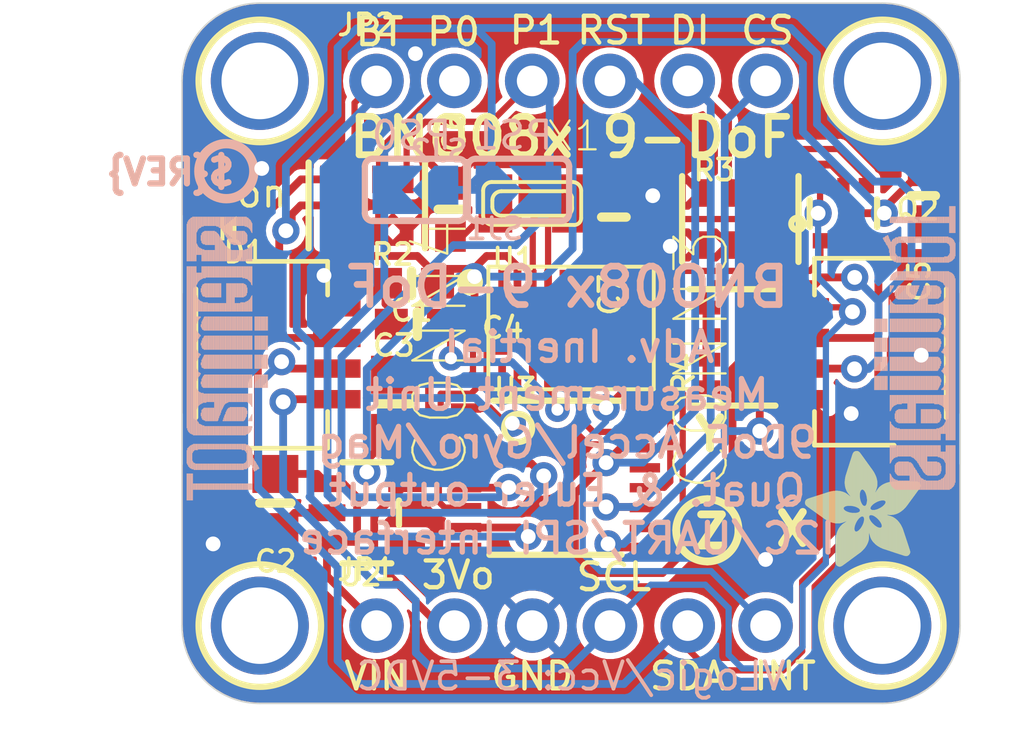
<source format=kicad_pcb>
(kicad_pcb (version 20221018) (generator pcbnew)
  (layers (0 "F.Cu" signal) (31 "B.Cu" signal) (34 "B.Paste" user) (35 "F.Paste" user) (36 "B.SilkS" user "B.Silkscreen") (37 "F.SilkS" user "F.Silkscreen") (38 "B.Mask" user) (39 "F.Mask" user) (44 "Edge.Cuts" user))
  (net 0 "")
  (net 1 "GND")
  (net 2 "SDA/MISO/TX")
  (net 3 "SCL/SCK/RX")
  (net 4 "SCL_3V")
  (net 5 "SDA_3V")
  (net 6 "3.3V")
  (net 7 "INT")
  (net 8 "VCC")
  (net 9 "N$1")
  (net 10 "CAP")
  (net 11 "XIN")
  (net 12 "XOUT")
  (net 13 "RST_3V")
  (net 14 "PS1")
  (net 15 "PS0")
  (net 16 "RST")
  (net 17 "MOSI_3V")
  (net 18 "CS_3V")
  (net 19 "MOSI")
  (net 20 "BOOT")
  (net 21 "BOOT_3V")
  (net 22 "PS1_3V")
  (net 23 "PS0_3V")
  (net 24 "CS")
  (footprint "working:0603-NO" (layer "F.Cu") (at 144.5641 100.3046 90)
    (fp_text reference "C6")
    (fp_text value "22pF")
  )
  (footprint "working:SOT23-5" (layer "F.Cu") (at 141.8336 110.2106 -90)
    (fp_text reference "U2")
    (fp_text value "AP2112K-3.3")
  )
  (footprint "working:MOUNTINGHOLE_2.5_PLATED" (layer "F.Cu") (at 158.6611 113.8936)
    (fp_text reference "U$21" hide)
    (fp_text value "MOUNTINGHOLE2.5" hide)
  )
  (footprint "working:0603-NO" (layer "F.Cu") (at 143.4846 104.0511)
    (fp_text reference "C4")
    (fp_text value "0.1uF")
  )
  (footprint "working:1X06_ROUND_70" (layer "F.Cu") (at 148.5011 96.1136)
    (fp_text reference "JP2")
    (fp_text value "")
  )
  (footprint "working:0603-NO" (layer "F.Cu") (at 149.8981 100.5586 -90)
    (fp_text reference "C7")
    (fp_text value "22pF")
  )
  (footprint "working:ADAFRUIT_3.5MM" (layer "F.Cu") (at 159.9311 111.9886 90)
    (fp_text reference "U$22" hide)
    (fp_text value "" hide)
  )
  (footprint "working:RESPACK_4X0603" (layer "F.Cu") (at 141.8336 100.1776 180)
    (fp_text reference "R2")
    (fp_text value "10K")
  )
  (footprint "working:CHIPLED_0603_NOOUTLINE" (layer "F.Cu") (at 137.3251 100.9396 90)
    (fp_text reference "D1")
    (fp_text value "GREEN")
  )
  (footprint "working:TSSOP16" (layer "F.Cu") (at 147.9931 109.0676 -90)
    (fp_text reference "U3")
    (fp_text value "74AHC4050")
  )
  (footprint "working:RESPACK_4X0603" (layer "F.Cu") (at 153.7716 104.8131 90)
    (fp_text reference "R4")
    (fp_text value "10K")
  )
  (footprint "working:1X06_ROUND_70" (layer "F.Cu") (at 148.5011 113.8936)
    (fp_text reference "JP1")
    (fp_text value "")
  )
  (footprint "working:XTAL3215" (layer "F.Cu") (at 147.2311 100.1141 180)
    (fp_text reference "X1")
    (fp_text value "32.768")
  )
  (footprint "working:JST_SH4" (layer "F.Cu") (at 158.6611 105.0036 90)
    (fp_text reference "CONN3")
    (fp_text value "STEMMA_I2C_QT" hide)
  )
  (footprint "working:0805-NO" (layer "F.Cu") (at 138.8491 109.8931 -90)
    (fp_text reference "C2")
    (fp_text value "10uF")
  )
  (footprint "working:MOUNTINGHOLE_2.5_PLATED" (layer "F.Cu") (at 158.6611 96.1136)
    (fp_text reference "U$17" hide)
    (fp_text value "MOUNTINGHOLE2.5" hide)
  )
  (footprint "working:FIDUCIAL_1MM" (layer "F.Cu") (at 155.2321 108.9406)
    (fp_text reference "FID4" hide)
    (fp_text value "FIDUCIAL_1MM" hide)
  )
  (footprint "working:BNO080" (layer "F.Cu") (at 148.5011 104.1781)
    (fp_text reference "U1")
    (fp_text value "BNO080")
  )
  (footprint "working:SOT363" (layer "F.Cu") (at 157.3911 100.4316)
    (fp_text reference "Q2")
    (fp_text value "BSS138")
  )
  (footprint "working:MOUNTINGHOLE_2.5_PLATED" (layer "F.Cu") (at 138.3411 113.8936)
    (fp_text reference "U$19" hide)
    (fp_text value "MOUNTINGHOLE2.5" hide)
  )
  (footprint "working:JST_SH4" (layer "F.Cu") (at 138.3411 105.0036 -90)
    (fp_text reference "CONN4")
    (fp_text value "STEMMA_I2C_QT" hide)
  )
  (footprint "working:0603-NO" (layer "F.Cu") (at 159.9946 99.8601 -90)
    (fp_text reference "C5")
    (fp_text value "0.1uF")
  )
  (footprint "working:FIDUCIAL_1MM" (layer "F.Cu") (at 136.8806 98.7806)
    (fp_text reference "FID3" hide)
    (fp_text value "FIDUCIAL_1MM" hide)
  )
  (footprint "working:0805-NO" (layer "F.Cu") (at 142.7226 106.6546 90)
    (fp_text reference "C3")
    (fp_text value "10uF")
  )
  (footprint "working:MOUNTINGHOLE_2.5_PLATED" (layer "F.Cu") (at 138.3411 96.1136)
    (fp_text reference "U$1" hide)
    (fp_text value "MOUNTINGHOLE2.5" hide)
  )
  (footprint "working:0603-NO" (layer "F.Cu") (at 143.2941 102.7176 180)
    (fp_text reference "C1")
    (fp_text value "0.1uF")
  )
  (footprint "working:RESPACK_4X0603" (layer "F.Cu") (at 154.0256 100.6221)
    (fp_text reference "R3")
    (fp_text value "10K")
  )
  (footprint "working:STEMMAQT" (layer "B.Cu") (at 158.4071 109.4486 90)
    (fp_text reference "U$30" hide)
    (fp_text value "" hide)
  )
  (footprint "working:SOLDERJUMPER_ARROW_NOPASTE" (layer "B.Cu") (at 146.7866 99.6696)
    (fp_text reference "SJ1")
    (fp_text value "PS1")
  )
  (footprint "working:PCBFEAT-REV-040" (layer "B.Cu") (at 137.2489 99.06 180)
    (fp_text reference "U$25" hide)
    (fp_text value "" hide)
  )
  (footprint "working:SOLDERJUMPER_ARROW_NOPASTE" (layer "B.Cu") (at 143.4211 99.6696 180)
    (fp_text reference "SJ2")
    (fp_text value "PS0")
  )
  (footprint "working:STEMMAQT" (layer "B.Cu") (at 138.5951 100.5586 -90)
    (fp_text reference "U$31" hide)
    (fp_text value "" hide)
  )
  (gr_arc (start 151.9341 110.7831) (mid 152.23168 110.06468) (end 152.9501 109.7671) (stroke (width 0.254)) (layer "F.SilkS"))
  (gr_arc (start 153.9661 110.7831) (mid 153.66852 111.50152) (end 152.9501 111.7991) (stroke (width 0.254)) (layer "F.SilkS"))
  (gr_arc (start 152.9501 109.7671) (mid 153.673733 110.059467) (end 153.9661 110.7831) (stroke (width 0.254)) (layer "F.SilkS"))
  (gr_arc (start 152.9501 111.7991) (mid 152.23168 111.50152) (end 151.9341 110.7831) (stroke (width 0.254)) (layer "F.SilkS"))
  (gr_line (start 158.6611 93.5736) (end 138.3411 93.5736) (stroke (width 0.05)) (layer "Edge.Cuts"))
  (gr_arc (start 138.3411 116.4336) (mid 136.545049 115.689651) (end 135.8011 113.8936) (stroke (width 0.05)) (layer "Edge.Cuts"))
  (gr_line (start 138.3411 116.4336) (end 158.6611 116.4336) (stroke (width 0.05)) (layer "Edge.Cuts"))
  (gr_line (start 161.2011 113.8936) (end 161.2011 96.1136) (stroke (width 0.05)) (layer "Edge.Cuts"))
  (gr_arc (start 158.6611 93.5736) (mid 160.457151 94.317549) (end 161.2011 96.1136) (stroke (width 0.05)) (layer "Edge.Cuts"))
  (gr_arc (start 135.8011 96.1136) (mid 136.545049 94.317549) (end 138.3411 93.5736) (stroke (width 0.05)) (layer "Edge.Cuts"))
  (gr_arc (start 161.2011 113.8936) (mid 160.457151 115.689651) (end 158.6611 116.4336) (stroke (width 0.05)) (layer "Edge.Cuts"))
  (gr_line (start 135.8011 96.1136) (end 135.8011 113.8936) (stroke (width 0.05)) (layer "Edge.Cuts"))
  (gr_text "BNO08x 9-DoF" (at 148.3741 102.8446) (layer "B.SilkS") (effects (font (size 1.25222 1.25222) (thickness 0.22098)) (justify mirror)))
  (gr_text "PS0" (at 143.2941 97.8916) (layer "B.SilkS") (effects (font (size 0.89408 0.89408) (thickness 0.12192)) (justify mirror)))
  (gr_text "VLogic/Vcc: 3-5VDC" (at 148.5011 115.5446) (layer "B.SilkS") (effects (font (size 0.89408 0.89408) (thickness 0.12192)) (justify mirror)))
  (gr_text "PS1" (at 146.5961 97.8916) (layer "B.SilkS") (effects (font (size 0.89408 0.89408) (thickness 0.12192)) (justify mirror)))
  (gr_text "Adv. Inertial \nMeasurement Unit\n9DoF Accel/Gyro/Mag\nQuat. & Euler output\nI2C/UART/SPI Interface" (at 148.3741 107.9246) (layer "B.SilkS") (effects (font (size 0.97155 0.97155) (thickness 0.17145)) (justify mirror)))
  (gr_text "SCL" (at 149.8981 112.3061) (layer "F.SilkS") (effects (font (size 0.87376 0.87376) (thickness 0.14224))))
  (gr_text "RST" (at 149.8981 94.4626) (layer "F.SilkS") (effects (font (size 0.87376 0.87376) (thickness 0.14224))))
  (gr_text "GND" (at 147.2311 115.5446) (layer "F.SilkS") (effects (font (size 0.87376 0.87376) (thickness 0.14224))))
  (gr_text "DI" (at 152.3746 94.4626) (layer "F.SilkS") (effects (font (size 0.87376 0.87376) (thickness 0.14224))))
  (gr_text "VIN" (at 142.1511 115.5446) (layer "F.SilkS") (effects (font (size 0.87376 0.87376) (thickness 0.14224))))
  (gr_text "X" (at 156.3791 110.1481) (layer "F.SilkS") (effects (font (size 1.016 1.016) (thickness 0.254)) (justify right top)))
  (gr_text "SDA" (at 152.3111 115.5446) (layer "F.SilkS") (effects (font (size 0.87376 0.87376) (thickness 0.14224))))
  (gr_text "P1" (at 147.3581 94.4626) (layer "F.SilkS") (effects (font (size 0.87376 0.87376) (thickness 0.14224))))
  (gr_text "Z" (at 152.4341 111.4161) (layer "F.SilkS") (effects (font (size 1.016 1.016) (thickness 0.254)) (justify left bottom)))
  (gr_text "CS" (at 154.9146 94.4626) (layer "F.SilkS") (effects (font (size 0.87376 0.87376) (thickness 0.14224))))
  (gr_text "BT" (at 142.2527 94.5134) (layer "F.SilkS") (effects (font (size 0.87376 0.87376) (thickness 0.14224))))
  (gr_text "INT" (at 155.4861 115.5446) (layer "F.SilkS") (effects (font (size 0.87376 0.87376) (thickness 0.14224))))
  (gr_text "on" (at 137.5156 100.3046) (layer "F.SilkS") (effects (font (size 0.89408 0.89408) (thickness 0.12192)) (justify left bottom)))
  (gr_text "3Vo" (at 144.8181 112.2426) (layer "F.SilkS") (effects (font (size 0.87376 0.87376) (thickness 0.14224))))
  (gr_text "BNO08x 9-DoF" (at 148.5011 97.9551) (layer "F.SilkS") (effects (font (size 1.25222 1.25222) (thickness 0.22098))))
  (gr_text "Y" (at 152.4341 108.2411) (layer "F.SilkS") (effects (font (size 1.016 1.016) (thickness 0.254)) (justify left bottom)))
  (gr_text "P0" (at 144.6657 94.5134) (layer "F.SilkS") (effects (font (size 0.87376 0.87376) (thickness 0.14224))))
  (segment (start 151.1681 100.1386) (end 151.1681 99.8601) (width 0.254) (layer "F.Cu") (net 1))
  (segment (start 136.5751 101.8236) (end 136.9551 102.2036) (width 0.254) (layer "F.Cu") (net 1))
  (segment (start 142.2336 100.1141) (end 143.9046 100.1141) (width 0.254) (layer "F.Cu") (net 1))
  (segment (start 149.8981 101.4086) (end 151.1681 100.1386) (width 0.254) (layer "F.Cu") (net 1))
  (segment (start 142.2336 101.0276) (end 142.2336 100.1141) (width 0.254) (layer "F.Cu") (net 1))
  (segment (start 136.5751 100.9396) (end 136.5751 101.8236) (width 0.254) (layer "F.Cu") (net 1))
  (segment (start 139.4816 110.2106) (end 138.8491 110.8431) (width 0.254) (layer "F.Cu") (net 1))
  (segment (start 142.6346 104.0511) (end 142.6346 103.5821) (width 0.254) (layer "F.Cu") (net 1))
  (segment (start 142.6346 103.5821) (end 142.4441 103.3916) (width 0.254) (layer "F.Cu") (net 1))
  (segment (start 140.5335 110.2106) (end 139.4816 110.2106) (width 0.254) (layer "F.Cu") (net 1))
  (segment (start 142.4441 103.3916) (end 142.4441 102.7176) (width 0.254) (layer "F.Cu") (net 1))
  (segment (start 143.9046 100.1141) (end 144.5641 99.4546) (width 0.254) (layer "F.Cu") (net 1))
  (via (at 151.7396 101.5111) (size 0.889) (drill 0.4826) (layers "F.Cu" "B.Cu") (net 1))
  (via (at 151.1681 99.8601) (size 0.889) (drill 0.4826) (layers "F.Cu" "B.Cu") (net 1))
  (via (at 138.4046 98.9711) (size 0.889) (drill 0.4826) (layers "F.Cu" "B.Cu") (net 1))
  (via (at 154.8511 111.7346) (size 0.889) (drill 0.4826) (layers "F.Cu" "B.Cu") (net 1))
  (via (at 136.8171 111.2266) (size 0.889) (drill 0.4826) (layers "F.Cu" "B.Cu") (net 1))
  (via (at 157.6451 106.9721) (size 0.889) (drill 0.4826) (layers "F.Cu" "B.Cu") (net 1))
  (via (at 140.4366 102.4636) (size 0.889) (drill 0.4826) (layers "F.Cu" "B.Cu") (net 1))
  (via (at 159.9311 105.0671) (size 0.889) (drill 0.4826) (layers "F.Cu" "B.Cu") (net 1))
  (via (at 143.4211 95.2246) (size 0.889) (drill 0.4826) (layers "F.Cu" "B.Cu") (net 1))
  (segment (start 153.0096 115.3541) (end 155.4226 115.3541) (width 0.2032) (layer "F.Cu") (net 2))
  (segment (start 158.5341 104.3686) (end 158.50235 104.40035) (width 0.254) (layer "F.Cu") (net 2))
  (segment (start 156.0449 114.7318) (end 156.0449 112.4458) (width 0.2032) (layer "F.Cu") (net 2))
  (segment (start 158.3991 104.5036) (end 156.1471 104.5036) (width 0.254) (layer "F.Cu") (net 2))
  (segment (start 154.6216 104.4131) (end 156.0566 104.4131) (width 0.254) (layer "F.Cu") (net 2))
  (segment (start 158.50235 109.98835) (end 158.50235 104.40035) (width 0.2032) (layer "F.Cu") (net 2))
  (segment (start 152.3111 113.8936) (end 152.3111 114.6556) (width 0.2032) (layer "F.Cu") (net 2))
  (segment (start 158.5341 101.7761) (end 158.5341 104.3686) (width 0.254) (layer "F.Cu") (net 2))
  (segment (start 158.1411 101.3316) (end 158.5856 101.7761) (width 0.254) (layer "F.Cu") (net 2))
  (segment (start 156.0449 112.4458) (end 158.50235 109.98835) (width 0.2032) (layer "F.Cu") (net 2))
  (segment (start 155.4226 115.3541) (end 156.0449 114.7318) (width 0.2032) (layer "F.Cu") (net 2))
  (segment (start 139.2776 105.5036) (end 139.0523 105.2783) (width 0.254) (layer "F.Cu") (net 2))
  (segment (start 158.50235 104.40035) (end 158.3991 104.5036) (width 0.254) (layer "F.Cu") (net 2))
  (segment (start 152.3111 114.6556) (end 153.0096 115.3541) (width 0.2032) (layer "F.Cu") (net 2))
  (segment (start 140.8551 105.5036) (end 139.2776 105.5036) (width 0.254) (layer "F.Cu") (net 2))
  (segment (start 158.5341 101.7761) (end 158.5856 101.7761) (width 0.254) (layer "F.Cu") (net 2))
  (segment (start 156.0566 104.4131) (end 156.1471 104.5036) (width 0.254) (layer "F.Cu") (net 2))
  (via (at 139.0523 105.2783) (size 0.889) (drill 0.4826) (layers "F.Cu" "B.Cu") (net 2))
  (segment (start 140.8811 111.9886) (end 140.8811 115.0366) (width 0.254) (layer "B.Cu") (net 2))
  (segment (start 141.6431 115.7986) (end 150.225312 115.7986) (width 0.254) (layer "B.Cu") (net 2))
  (segment (start 150.225312 115.7986) (end 152.130312 113.8936) (width 0.254) (layer "B.Cu") (net 2))
  (segment (start 140.8811 115.0366) (end 141.6431 115.7986) (width 0.254) (layer "B.Cu") (net 2))
  (segment (start 139.0523 105.2783) (end 138.2903 106.0403) (width 0.254) (layer "B.Cu") (net 2))
  (segment (start 138.2903 109.3978) (end 140.8811 111.9886) (width 0.254) (layer "B.Cu") (net 2))
  (segment (start 138.2903 106.0403) (end 138.2903 109.3978) (width 0.254) (layer "B.Cu") (net 2))
  (segment (start 152.130312 113.8936) (end 152.3111 113.8936) (width 0.254) (layer "B.Cu") (net 2))
  (segment (start 157.5421 103.5036) (end 156.1471 103.5036) (width 0.2032) (layer "F.Cu") (net 3))
  (segment (start 155.9306 103.5036) (end 156.1471 103.5036) (width 0.2032) (layer "F.Cu") (net 3))
  (segment (start 157.687153 103.648654) (end 157.5421 103.5036) (width 0.2032) (layer "F.Cu") (net 3))
  (segment (start 156.5656 100.4316) (end 156.6291 100.3681) (width 0.2032) (layer "F.Cu") (net 3))
  (segment (start 139.1906 106.5036) (end 139.1031 106.5911) (width 0.254) (layer "F.Cu") (net 3))
  (segment (start 156.6411 99.5316) (end 156.6291 99.5436) (width 0.2032) (layer "F.Cu") (net 3))
  (segment (start 154.6216 103.5131) (end 154.6311 103.5036) (width 0.254) (layer "F.Cu") (net 3))
  (segment (start 154.6311 103.5036) (end 155.9306 103.5036) (width 0.254) (layer "F.Cu") (net 3))
  (segment (start 140.8551 106.5036) (end 139.1906 106.5036) (width 0.254) (layer "F.Cu") (net 3))
  (segment (start 156.6291 99.5436) (end 156.6291 100.3681) (width 0.2032) (layer "F.Cu") (net 3))
  (via (at 156.5656 100.4316) (size 0.889) (drill 0.4826) (layers "F.Cu" "B.Cu") (net 3))
  (via (at 157.687153 103.648654) (size 0.889) (drill 0.4826) (layers "F.Cu" "B.Cu") (net 3))
  (via (at 139.1031 106.5911) (size 0.889) (drill 0.4826) (layers "F.Cu" "B.Cu") (net 3))
  (segment (start 156.5656 100.4316) (end 156.5656 102.5271) (width 0.2032) (layer "B.Cu") (net 3))
  (segment (start 139.1031 106.5911) (end 139.1031 109.5121) (width 0.254) (layer "B.Cu") (net 3))
  (segment (start 156.8196 111.8616) (end 156.8196 104.516207) (width 0.2032) (layer "B.Cu") (net 3))
  (segment (start 142.9131 112.5601) (end 143.4338 113.0808) (width 0.254) (layer "B.Cu") (net 3))
  (segment (start 149.7711 113.9571) (end 149.7711 113.8936) (width 0.254) (layer "B.Cu") (net 3))
  (segment (start 156.0576 114.5921) (end 156.0576 112.6236) (width 0.2032) (layer "B.Cu") (net 3))
  (segment (start 139.1031 109.5121) (end 142.1511 112.5601) (width 0.254) (layer "B.Cu") (net 3))
  (segment (start 143.9418 115.2906) (end 148.4376 115.2906) (width 0.254) (layer "B.Cu") (net 3))
  (segment (start 143.4338 114.7826) (end 143.9418 115.2906) (width 0.254) (layer "B.Cu") (net 3))
  (segment (start 149.7711 113.8936) (end 151.1046 112.5601) (width 0.2032) (layer "B.Cu") (net 3))
  (segment (start 152.8826 112.5601) (end 153.6446 113.3221) (width 0.2032) (layer "B.Cu") (net 3))
  (segment (start 143.4338 113.0808) (end 143.4338 114.7826) (width 0.254) (layer "B.Cu") (net 3))
  (segment (start 151.1046 112.5601) (end 152.8826 112.5601) (width 0.2032) (layer "B.Cu") (net 3))
  (segment (start 148.4376 115.2906) (end 149.7711 113.9571) (width 0.254) (layer "B.Cu") (net 3))
  (segment (start 153.6446 113.3221) (end 153.6446 114.8461) (width 0.2032) (layer "B.Cu") (net 3))
  (segment (start 156.8196 104.516207) (end 157.687153 103.648654) (width 0.2032) (layer "B.Cu") (net 3))
  (segment (start 156.0576 112.6236) (end 156.8196 111.8616) (width 0.2032) (layer "B.Cu") (net 3))
  (segment (start 142.1511 112.5601) (end 142.9131 112.5601) (width 0.254) (layer "B.Cu") (net 3))
  (segment (start 153.6446 114.8461) (end 154.0891 115.2906) (width 0.2032) (layer "B.Cu") (net 3))
  (segment (start 154.0891 115.2906) (end 155.3591 115.2906) (width 0.2032) (layer "B.Cu") (net 3))
  (segment (start 157.687153 103.648654) (end 156.5656 102.5271) (width 0.2032) (layer "B.Cu") (net 3))
  (segment (start 155.3591 115.2906) (end 156.0576 114.5921) (width 0.2032) (layer "B.Cu") (net 3))
  (segment (start 150.8136 103.4281) (end 151.2581 103.4281) (width 0.2032) (layer "F.Cu") (net 4))
  (segment (start 151.6391 103.0471) (end 151.2581 103.4281) (width 0.2032) (layer "F.Cu") (net 4))
  (segment (start 156.6411 101.9666) (end 156.2936 102.3141) (width 0.2032) (layer "F.Cu") (net 4))
  (segment (start 156.6411 101.3316) (end 156.6411 101.9666) (width 0.2032) (layer "F.Cu") (net 4))
  (segment (start 155.0416 102.3141) (end 151.6391 102.3141) (width 0.2032) (layer "F.Cu") (net 4))
  (segment (start 155.0416 101.7561) (end 155.0416 102.3141) (width 0.2032) (layer "F.Cu") (net 4))
  (segment (start 156.2936 102.3141) (end 155.0416 102.3141) (width 0.2032) (layer "F.Cu") (net 4))
  (segment (start 155.3256 101.4721) (end 155.0416 101.7561) (width 0.2032) (layer "F.Cu") (net 4))
  (segment (start 151.6391 102.3141) (end 151.6391 103.0471) (width 0.2032) (layer "F.Cu") (net 4))
  (segment (start 150.8781 101.1661) (end 150.8781 102.4886) (width 0.2032) (layer "F.Cu") (net 5))
  (segment (start 158.1411 99.5316) (end 158.1411 99.2131) (width 0.254) (layer "F.Cu") (net 5))
  (segment (start 157.2641 98.3361) (end 154.7241 98.3361) (width 0.2032) (layer "F.Cu") (net 5))
  (segment (start 154.1526 100.6221) (end 154.4256 100.3491) (width 0.2032) (layer "F.Cu") (net 5))
  (segment (start 150.7511 102.6156) (end 150.8781 102.4886) (width 0.2032) (layer "F.Cu") (net 5))
  (segment (start 151.4221 100.6221) (end 154.1526 100.6221) (width 0.2032) (layer "F.Cu") (net 5))
  (segment (start 154.4256 98.6346) (end 154.4256 99.7721) (width 0.2032) (layer "F.Cu") (net 5))
  (segment (start 150.8781 101.1661) (end 151.4221 100.6221) (width 0.2032) (layer "F.Cu") (net 5))
  (segment (start 158.1411 99.2131) (end 157.2641 98.3361) (width 0.254) (layer "F.Cu") (net 5))
  (segment (start 154.7241 98.3361) (end 154.4256 98.6346) (width 0.2032) (layer "F.Cu") (net 5))
  (segment (start 154.4256 100.3491) (end 154.4256 99.7721) (width 0.2032) (layer "F.Cu") (net 5))
  (segment (start 146.5834 107.2896) (end 146.3343 107.2896) (width 0.254) (layer "F.Cu") (net 6))
  (segment (start 146.7511 102.1741) (end 146.4056 101.8286) (width 0.254) (layer "F.Cu") (net 6))
  (segment (start 146.1886 103.9281) (end 145.6806 103.9281) (width 0.254) (layer "F.Cu") (net 6))
  (segment (start 157.3911 99.2251) (end 157.3911 99.5316) (width 0.254) (layer "F.Cu") (net 6))
  (segment (start 144.1441 102.7176) (end 144.6131 102.2486) (width 0.254) (layer "F.Cu") (net 6))
  (segment (start 155.3256 100.2746) (end 154.4256 101.1746) (width 0.254) (layer "F.Cu") (net 6))
  (segment (start 145.0753 106.7926) (end 145.8373 106.7926) (width 0.254) (layer "F.Cu") (net 6))
  (segment (start 142.7226 108.8495) (end 142.7226 107.6046) (width 0.254) (layer "F.Cu") (net 6))
  (segment (start 142.0765 110.3178) (end 142.0765 111.762875) (width 0.254) (layer "F.Cu") (net 6))
  (segment (start 143.4846 101.8286) (end 143.9046 102.2486) (width 0.254) (layer "F.Cu") (net 6))
  (segment (start 159.9946 99.0101) (end 158.7246 100.2801) (width 0.254) (layer "F.Cu") (net 6))
  (segment (start 144.6131 102.2486) (end 145.3261 102.2486) (width 0.254) (layer "F.Cu") (net 6))
  (segment (start 140.5336 101.0276) (end 140.5336 101.4721) (width 0.254) (layer "F.Cu") (net 6))
  (segment (start 142.7226 107.6046) (end 141.8336 108.4936) (width 0.254) (layer "F.Cu") (net 6))
  (segment (start 143.1337 109.2606) (end 142.7226 108.8495) (width 0.254) (layer "F.Cu") (net 6))
  (segment (start 143.1337 109.2606) (end 142.0765 110.3178) (width 0.254) (layer "F.Cu") (net 6))
  (segment (start 143.4846 101.8286) (end 140.8901 101.8286) (width 0.254) (layer "F.Cu") (net 6))
  (segment (start 157.0101 98.8441) (end 157.3911 99.2251) (width 0.254) (layer "F.Cu") (net 6))
  (segment (start 146.3343 107.2896) (end 145.8373 106.7926) (width 0.254) (layer "F.Cu") (net 6))
  (segment (start 145.3506 103.5981) (end 145.3506 102.5026) (width 0.254) (layer "F.Cu") (net 6))
  (segment (start 155.3256 99.7721) (end 155.3256 98.8776) (width 0.254) (layer "F.Cu") (net 6))
  (segment (start 143.9046 102.2486) (end 144.6131 102.2486) (width 0.254) (layer "F.Cu") (net 6))
  (segment (start 158.7246 100.2801) (end 158.7246 100.4316) (width 0.254) (layer "F.Cu") (net 6))
  (segment (start 144.207225 113.8936) (end 142.0765 111.762875) (width 0.254) (layer "F.Cu") (net 6))
  (segment (start 157.3911 100.3681) (end 157.3911 99.5316) (width 0.254) (layer "F.Cu") (net 6))
  (segment (start 157.3911 101.3316) (end 157.3911 100.3681) (width 0.254) (layer "F.Cu") (net 6))
  (segment (start 155.3256 99.7721) (end 155.3256 100.2746) (width 0.254) (layer "F.Cu") (net 6))
  (segment (start 158.7246 100.4316) (end 157.4546 100.4316) (width 0.254) (layer "F.Cu") (net 6))
  (segment (start 154.4256 101.1746) (end 154.4256 101.4721) (width 0.254) (layer "F.Cu") (net 6))
  (segment (start 140.8901 101.8286) (end 140.5336 101.4721) (width 0.254) (layer "F.Cu") (net 6))
  (segment (start 146.4056 101.8286) (end 145.7461 101.8286) (width 0.254) (layer "F.Cu") (net 6))
  (segment (start 145.3261 102.2486) (end 145.0721 102.5026) (width 0.254) (layer "F.Cu") (net 6))
  (segment (start 146.7511 102.6156) (end 146.7511 102.1741) (width 0.254) (layer "F.Cu") (net 6))
  (segment (start 155.3591 98.8441) (end 157.0101 98.8441) (width 0.254) (layer "F.Cu") (net 6))
  (segment (start 155.3256 98.8776) (end 155.3591 98.8441) (width 0.254) (layer "F.Cu") (net 6))
  (segment (start 145.6806 103.9281) (end 145.3506 103.5981) (width 0.254) (layer "F.Cu") (net 6))
  (segment (start 145.0721 102.5026) (end 145.3506 102.5026) (width 0.254) (layer "F.Cu") (net 6))
  (segment (start 157.4546 100.4316) (end 157.3911 100.3681) (width 0.254) (layer "F.Cu") (net 6))
  (segment (start 145.7461 101.8286) (end 145.3261 102.2486) (width 0.254) (layer "F.Cu") (net 6))
  (segment (start 141.8336 108.8771) (end 141.8336 108.4936) (width 0.254) (layer "F.Cu") (net 6))
  (segment (start 144.6911 113.8936) (end 144.207225 113.8936) (width 0.254) (layer "F.Cu") (net 6))
  (via (at 141.8336 108.8771) (size 0.889) (drill 0.4826) (layers "F.Cu" "B.Cu") (net 6))
  (via (at 145.3506 102.5026) (size 0.889) (drill 0.4826) (layers "F.Cu" "B.Cu") (net 6))
  (via (at 158.7246 100.4316) (size 0.889) (drill 0.4826) (layers "F.Cu" "B.Cu") (net 6))
  (via (at 146.5834 107.2896) (size 0.889) (drill 0.4826) (layers "F.Cu" "B.Cu") (net 6))
  (segment (start 148.5519 101.5873) (end 148.5519 95.1738) (width 0.254) (layer "B.Cu") (net 6))
  (segment (start 141.8336 106.4641) (end 141.8336 108.8771) (width 0.254) (layer "B.Cu") (net 6))
  (segment (start 144.8426 102.5026) (end 141.8336 105.5116) (width 0.254) (layer "B.Cu") (net 6))
  (segment (start 146.5834 107.2896) (end 146.2024 107.2896) (width 0.254) (layer "B.Cu") (net 6))
  (segment (start 145.3506 102.5026) (end 147.6366 102.5026) (width 0.254) (layer "B.Cu") (net 6))
  (segment (start 156.0703 97.7773) (end 158.7246 100.4316) (width 0.254) (layer "B.Cu") (net 6))
  (segment (start 155.3591 94.8436) (end 156.0703 95.5548) (width 0.254) (layer "B.Cu") (net 6))
  (segment (start 148.5519 95.1738) (end 148.8821 94.8436) (width 0.254) (layer "B.Cu") (net 6))
  (segment (start 145.3769 106.4641) (end 141.8336 106.4641) (width 0.254) (layer "B.Cu") (net 6))
  (segment (start 141.8336 105.5116) (end 141.8336 106.4641) (width 0.254) (layer "B.Cu") (net 6))
  (segment (start 156.0703 95.5548) (end 156.0703 97.7773) (width 0.254) (layer "B.Cu") (net 6))
  (segment (start 145.3506 102.5026) (end 144.8426 102.5026) (width 0.254) (layer "B.Cu") (net 6))
  (segment (start 146.2024 107.2896) (end 145.3769 106.4641) (width 0.254) (layer "B.Cu") (net 6))
  (segment (start 148.8821 94.8436) (end 155.3591 94.8436) (width 0.254) (layer "B.Cu") (net 6))
  (segment (start 148.5519 101.5873) (end 147.6366 102.5026) (width 0.254) (layer "B.Cu") (net 6))
  (segment (start 150.2511 105.7406) (end 150.2511 106.1746) (width 0.2032) (layer "F.Cu") (net 7))
  (segment (start 150.2511 106.1746) (end 149.6441 106.7816) (width 0.2032) (layer "F.Cu") (net 7))
  (via (at 149.6441 106.7816) (size 0.889) (drill 0.4826) (layers "F.Cu" "B.Cu") (net 7))
  (segment (start 149.6441 106.7816) (end 149.6441 107.2261) (width 0.2032) (layer "B.Cu") (net 7))
  (segment (start 149.6441 107.2261) (end 148.8821 107.9881) (width 0.2032) (layer "B.Cu") (net 7))
  (segment (start 153.0731 112.1156) (end 154.8511 113.8936) (width 0.2032) (layer "B.Cu") (net 7))
  (segment (start 149.4536 112.1156) (end 153.0731 112.1156) (width 0.2032) (layer "B.Cu") (net 7))
  (segment (start 148.8821 111.5441) (end 149.4536 112.1156) (width 0.2032) (layer "B.Cu") (net 7))
  (segment (start 148.8821 107.9881) (end 148.8821 111.5441) (width 0.2032) (layer "B.Cu") (net 7))
  (segment (start 140.5335 112.276) (end 140.5335 111.1606) (width 0.254) (layer "F.Cu") (net 8))
  (segment (start 152.9216 102.9961) (end 153.1718 102.7459) (width 0.254) (layer "F.Cu") (net 8))
  (segment (start 140.216 108.9431) (end 138.8491 108.9431) (width 0.254) (layer "F.Cu") (net 8))
  (segment (start 152.9216 105.2131) (end 152.9216 104.4131) (width 0.254) (layer "F.Cu") (net 8))
  (segment (start 141.0716 109.2606) (end 141.5161 109.7051) (width 0.254) (layer "F.Cu") (net 8))
  (segment (start 157.74505 105.5036) (end 157.75305 105.5116) (width 0.254) (layer "F.Cu") (net 8))
  (segment (start 153.1718 102.7459) (end 156.472462 102.7459) (width 0.254) (layer "F.Cu") (net 8))
  (segment (start 139.6746 100.1776) (end 139.3825 100.4697) (width 0.254) (layer "F.Cu") (net 8))
  (segment (start 141.5161 109.7051) (end 141.5161 111.0971) (width 0.254) (layer "F.Cu") (net 8))
  (segment (start 138.9761 101.219) (end 138.9761 104.3766) (width 0.254) (layer "F.Cu") (net 8))
  (segment (start 138.2776 104.8766) (end 138.2776 108.3716) (width 0.254) (layer "F.Cu") (net 8))
  (segment (start 139.3825 100.8126) (end 139.3825 100.4697) (width 0.254) (layer "F.Cu") (net 8))
  (segment (start 138.2776 108.3716) (end 138.8491 108.9431) (width 0.254) (layer "F.Cu") (net 8))
  (segment (start 139.192 101.0031) (end 138.9761 101.219) (width 0.254) (layer "F.Cu") (net 8))
  (segment (start 139.1031 104.5036) (end 138.6506 104.5036) (width 0.254) (layer "F.Cu") (net 8))
  (segment (start 138.6506 104.5036) (end 138.2776 104.8766) (width 0.254) (layer "F.Cu") (net 8))
  (segment (start 156.1471 105.5036) (end 157.74505 105.5036) (width 0.254) (layer "F.Cu") (net 8))
  (segment (start 152.9216 106.1131) (end 152.9216 105.2131) (width 0.254) (layer "F.Cu") (net 8))
  (segment (start 156.691262 102.5271) (end 157.7594 102.5271) (width 0.254) (layer "F.Cu") (net 8))
  (segment (start 152.9216 104.4131) (end 152.9216 103.5131) (width 0.254) (layer "F.Cu") (net 8))
  (segment (start 139.192 101.0031) (end 139.3825 100.8126) (width 0.254) (layer "F.Cu") (net 8))
  (segment (start 156.472462 102.7459) (end 156.691262 102.5271) (width 0.254) (layer "F.Cu") (net 8))
  (segment (start 141.4526 111.1606) (end 140.5335 111.1606) (width 0.254) (layer "F.Cu") (net 8))
  (segment (start 140.8551 104.5036) (end 139.1031 104.5036) (width 0.254) (layer "F.Cu") (net 8))
  (segment (start 141.5161 111.0971) (end 141.4526 111.1606) (width 0.254) (layer "F.Cu") (net 8))
  (segment (start 141.4336 101.0276) (end 141.4336 100.1776) (width 0.254) (layer "F.Cu") (net 8))
  (segment (start 142.1511 113.8936) (end 140.5335 112.276) (width 0.254) (layer "F.Cu") (net 8))
  (segment (start 141.4336 100.1776) (end 139.6746 100.1776) (width 0.254) (layer "F.Cu") (net 8))
  (segment (start 152.9216 103.5131) (end 152.9216 102.9961) (width 0.254) (layer "F.Cu") (net 8))
  (segment (start 140.5335 109.2606) (end 140.216 108.9431) (width 0.254) (layer "F.Cu") (net 8))
  (segment (start 141.0716 109.2606) (end 140.5335 109.2606) (width 0.254) (layer "F.Cu") (net 8))
  (segment (start 138.9761 104.3766) (end 139.1031 104.5036) (width 0.254) (layer "F.Cu") (net 8))
  (via (at 157.7594 102.5271) (size 0.889) (drill 0.4826) (layers "F.Cu" "B.Cu") (net 8))
  (via (at 157.75305 105.5116) (size 0.889) (drill 0.4826) (layers "F.Cu" "B.Cu") (net 8))
  (via (at 139.192 101.0031) (size 0.889) (drill 0.4826) (layers "F.Cu" "B.Cu") (net 8))
  (segment (start 145.0721 99.6696) (end 145.7706 99.6696) (width 0.254) (layer "B.Cu") (net 8))
  (segment (start 144.4371 99.6696) (end 145.0721 99.6696) (width 0.254) (layer "B.Cu") (net 8))
  (segment (start 157.7594 102.5271) (end 158.5341 103.3018) (width 0.254) (layer "B.Cu") (net 8))
  (segment (start 141.506387 94.3991) (end 140.8811 95.024388) (width 0.254) (layer "B.Cu") (net 8))
  (segment (start 158.408437 99.3996) (end 156.5275 97.518663) (width 0.254) (layer "B.Cu") (net 8))
  (segment (start 157.75305 105.5116) (end 158.2166 105.5116) (width 0.254) (layer "B.Cu") (net 8))
  (segment (start 158.2166 105.5116) (end 158.5341 105.1941) (width 0.254) (layer "B.Cu") (net 8))
  (segment (start 140.8811 97.221857) (end 139.192 98.910957) (width 0.254) (layer "B.Cu") (net 8))
  (segment (start 139.192 98.910957) (end 139.192 101.0031) (width 0.254) (layer "B.Cu") (net 8))
  (segment (start 140.8811 95.024388) (end 140.8811 97.221857) (width 0.254) (layer "B.Cu") (net 8))
  (segment (start 145.9103 94.910088) (end 145.399312 94.3991) (width 0.254) (layer "B.Cu") (net 8))
  (segment (start 141.506387 94.3991) (end 145.399312 94.3991) (width 0.254) (layer "B.Cu") (net 8))
  (segment (start 159.2166 99.3996) (end 158.408437 99.3996) (width 0.254) (layer "B.Cu") (net 8))
  (segment (start 145.0721 99.6696) (end 145.9103 98.8314) (width 0.254) (layer "B.Cu") (net 8))
  (segment (start 145.399312 94.3991) (end 145.386612 94.3864) (width 0.254) (layer "B.Cu") (net 8))
  (segment (start 155.675481 94.3864) (end 156.5275 95.238419) (width 0.254) (layer "B.Cu") (net 8))
  (segment (start 145.9103 98.8314) (end 145.9103 94.910088) (width 0.254) (layer "B.Cu") (net 8))
  (segment (start 145.386612 94.3864) (end 155.675481 94.3864) (width 0.254) (layer "B.Cu") (net 8))
  (segment (start 158.5341 105.1941) (end 158.5341 103.3018) (width 0.254) (layer "B.Cu") (net 8))
  (segment (start 159.6136 102.2223) (end 159.6136 99.7966) (width 0.254) (layer "B.Cu") (net 8))
  (segment (start 158.5341 103.3018) (end 159.6136 102.2223) (width 0.254) (layer "B.Cu") (net 8))
  (segment (start 159.6136 99.7966) (end 159.2166 99.3996) (width 0.254) (layer "B.Cu") (net 8))
  (segment (start 156.5275 97.518663) (end 156.5275 95.238419) (width 0.254) (layer "B.Cu") (net 8))
  (segment (start 139.6871 99.3276) (end 138.0751 100.9396) (width 0.254) (layer "F.Cu") (net 9))
  (segment (start 140.5336 99.3276) (end 139.6871 99.3276) (width 0.254) (layer "F.Cu") (net 9))
  (segment (start 144.580537 104.297038) (end 144.580537 105.16635) (width 0.254) (layer "F.Cu") (net 10))
  (segment (start 147.7511 106.5396) (end 147.7511 105.7406) (width 0.254) (layer "F.Cu") (net 10))
  (segment (start 148.0566 106.8451) (end 147.7511 106.5396) (width 0.254) (layer "F.Cu") (net 10))
  (segment (start 144.3346 104.0511) (end 144.580537 104.297038) (width 0.254) (layer "F.Cu") (net 10))
  (via (at 144.580537 105.16635) (size 0.8001) (drill 0.3937) (layers "F.Cu" "B.Cu") (net 10))
  (via (at 148.0566 106.8451) (size 0.8001) (drill 0.3937) (layers "F.Cu" "B.Cu") (net 10))
  (segment (start 148.0566 106.8451) (end 148.0566 106.7816) (width 0.254) (layer "B.Cu") (net 10))
  (segment (start 144.580537 105.16635) (end 144.707537 105.29335) (width 0.254) (layer "B.Cu") (net 10))
  (segment (start 146.56835 105.29335) (end 144.707537 105.29335) (width 0.254) (layer "B.Cu") (net 10))
  (segment (start 148.0566 106.7816) (end 146.56835 105.29335) (width 0.254) (layer "B.Cu") (net 10))
  (segment (start 144.5641 101.1546) (end 144.9906 101.1546) (width 0.2032) (layer "F.Cu") (net 11))
  (segment (start 144.9906 101.1546) (end 146.0311 100.1141) (width 0.2032) (layer "F.Cu") (net 11))
  (segment (start 146.2786 100.1141) (end 146.0311 100.1141) (width 0.2032) (layer "F.Cu") (net 11))
  (segment (start 147.2511 102.6156) (end 147.2511 101.0866) (width 0.2032) (layer "F.Cu") (net 11))
  (segment (start 147.2511 101.0866) (end 146.2786 100.1141) (width 0.2032) (layer "F.Cu") (net 11))
  (segment (start 147.7511 100.6671) (end 148.18035 100.23785) (width 0.2032) (layer "F.Cu") (net 12))
  (segment (start 148.4311 100.1141) (end 148.30735 100.23785) (width 0.2032) (layer "F.Cu") (net 12))
  (segment (start 149.8981 99.7086) (end 148.7096 99.7086) (width 0.254) (layer "F.Cu") (net 12))
  (segment (start 147.7511 102.6156) (end 147.7511 100.6671) (width 0.2032) (layer "F.Cu") (net 12))
  (segment (start 148.7096 99.7086) (end 148.18035 100.23785) (width 0.254) (layer "F.Cu") (net 12))
  (segment (start 148.18035 100.23785) (end 148.30735 100.23785) (width 0.2032) (layer "F.Cu") (net 12))
  (segment (start 148.8146 105.8041) (end 148.8146 107.1586) (width 0.2032) (layer "F.Cu") (net 13))
  (segment (start 148.8146 107.1586) (end 149.2256 107.5696) (width 0.2032) (layer "F.Cu") (net 13))
  (segment (start 148.7511 105.7406) (end 148.8146 105.8041) (width 0.2032) (layer "F.Cu") (net 13))
  (segment (start 150.7839 107.5696) (end 150.9109 107.4426) (width 0.2032) (layer "F.Cu") (net 13))
  (segment (start 150.7839 107.5696) (end 149.2256 107.5696) (width 0.2032) (layer "F.Cu") (net 13))
  (segment (start 146.4691 109.3851) (end 146.4616 109.3926) (width 0.254) (layer "F.Cu") (net 14))
  (segment (start 145.8976 97.4471) (end 147.2311 96.1136) (width 0.2032) (layer "F.Cu") (net 14))
  (segment (start 143.7386 97.4471) (end 145.8976 97.4471) (width 0.2032) (layer "F.Cu") (net 14))
  (segment (start 143.1336 98.0521) (end 143.7386 97.4471) (width 0.2032) (layer "F.Cu") (net 14))
  (segment (start 146.4616 109.3926) (end 145.0753 109.3926) (width 0.254) (layer "F.Cu") (net 14))
  (segment (start 143.1336 99.3276) (end 143.1336 98.0521) (width 0.2032) (layer "F.Cu") (net 14))
  (via (at 146.4691 109.3851) (size 0.889) (drill 0.4826) (layers "F.Cu" "B.Cu") (net 14))
  (segment (start 141.0081 105.1306) (end 144.6648 101.4739) (width 0.254) (layer "B.Cu") (net 14))
  (segment (start 144.6648 101.4739) (end 146.687493 101.4739) (width 0.254) (layer "B.Cu") (net 14))
  (segment (start 146.1516 109.7026) (end 146.4691 109.3851) (width 0.254) (layer "B.Cu") (net 14))
  (segment (start 146.687493 101.4739) (end 146.692146 101.478554) (width 0.254) (layer "B.Cu") (net 14))
  (segment (start 141.0081 109.337694) (end 141.0081 105.1306) (width 0.254) (layer "B.Cu") (net 14))
  (segment (start 147.8026 96.6851) (end 147.8026 99.6696) (width 0.254) (layer "B.Cu") (net 14))
  (segment (start 147.8026 100.3681) (end 147.8026 99.6696) (width 0.254) (layer "B.Cu") (net 14))
  (segment (start 141.0081 109.337694) (end 141.373006 109.7026) (width 0.254) (layer "B.Cu") (net 14))
  (segment (start 147.2311 96.1136) (end 147.8026 96.6851) (width 0.254) (layer "B.Cu") (net 14))
  (segment (start 146.1516 109.7026) (end 141.373006 109.7026) (width 0.254) (layer "B.Cu") (net 14))
  (segment (start 146.692146 101.478554) (end 147.8026 100.3681) (width 0.254) (layer "B.Cu") (net 14))
  (segment (start 145.5833 108.0926) (end 145.0753 108.0926) (width 0.254) (layer "F.Cu") (net 15))
  (segment (start 142.2336 98.377363) (end 143.570262 97.0407) (width 0.2032) (layer "F.Cu") (net 15))
  (segment (start 142.2336 99.3276) (end 142.2336 98.377363) (width 0.2032) (layer "F.Cu") (net 15))
  (segment (start 146.0913 108.6006) (end 145.5833 108.0926) (width 0.254) (layer "F.Cu") (net 15))
  (segment (start 144.5006 96.1136) (end 144.6911 96.1136) (width 0.2032) (layer "F.Cu") (net 15))
  (segment (start 143.5735 97.0407) (end 144.5006 96.1136) (width 0.2032) (layer "F.Cu") (net 15))
  (segment (start 143.570262 97.0407) (end 143.5735 97.0407) (width 0.2032) (layer "F.Cu") (net 15))
  (segment (start 147.2039 108.6006) (end 146.0913 108.6006) (width 0.254) (layer "F.Cu") (net 15))
  (segment (start 147.6074 109.0041) (end 147.2039 108.6006) (width 0.254) (layer "F.Cu") (net 15))
  (via (at 147.6074 109.0041) (size 0.889) (drill 0.4826) (layers "F.Cu" "B.Cu") (net 15))
  (segment (start 140.5509 109.6264) (end 140.5509 104.814219) (width 0.254) (layer "B.Cu") (net 15))
  (segment (start 147.6074 109.3898) (end 147.6074 109.0041) (width 0.254) (layer "B.Cu") (net 15))
  (segment (start 140.5509 104.814219) (end 142.4051 102.960019) (width 0.254) (layer "B.Cu") (net 15))
  (segment (start 142.4051 99.6696) (end 142.4051 98.3996) (width 0.254) (layer "B.Cu") (net 15))
  (segment (start 142.4051 98.3996) (end 144.6911 96.1136) (width 0.254) (layer "B.Cu") (net 15))
  (segment (start 141.1351 110.2106) (end 146.7866 110.2106) (width 0.254) (layer "B.Cu") (net 15))
  (segment (start 147.6074 109.3898) (end 146.7866 110.2106) (width 0.254) (layer "B.Cu") (net 15))
  (segment (start 142.4051 102.960019) (end 142.4051 99.6696) (width 0.254) (layer "B.Cu") (net 15))
  (segment (start 140.5509 109.6264) (end 141.1351 110.2106) (width 0.254) (layer "B.Cu") (net 15))
  (segment (start 148.6281 109.5889) (end 149.6441 108.5729) (width 0.254) (layer "F.Cu") (net 16))
  (segment (start 153.7716 109.8931) (end 151.4856 112.1791) (width 0.254) (layer "F.Cu") (net 16))
  (segment (start 149.1996 112.1791) (end 148.6281 111.6076) (width 0.254) (layer "F.Cu") (net 16))
  (segment (start 154.6216 105.2131) (end 154.0701 105.2131) (width 0.254) (layer "F.Cu") (net 16))
  (segment (start 154.0701 105.2131) (end 153.7716 105.5116) (width 0.254) (layer "F.Cu") (net 16))
  (segment (start 150.1244 108.0926) (end 149.6441 108.5729) (width 0.254) (layer "F.Cu") (net 16))
  (segment (start 151.4856 112.1791) (end 149.1996 112.1791) (width 0.254) (layer "F.Cu") (net 16))
  (segment (start 150.9109 108.0926) (end 150.1244 108.0926) (width 0.254) (layer "F.Cu") (net 16))
  (segment (start 153.7716 105.5116) (end 153.7716 109.8931) (width 0.254) (layer "F.Cu") (net 16))
  (segment (start 148.6281 111.6076) (end 148.6281 109.5889) (width 0.254) (layer "F.Cu") (net 16))
  (via (at 149.6441 108.5729) (size 0.889) (drill 0.4826) (layers "F.Cu" "B.Cu") (net 16))
  (segment (start 152.553518 106.8584) (end 152.553518 98.080232) (width 0.254) (layer "B.Cu") (net 16))
  (segment (start 152.553518 106.8584) (end 150.839018 108.5729) (width 0.254) (layer "B.Cu") (net 16))
  (segment (start 150.586887 96.1136) (end 149.7711 96.1136) (width 0.254) (layer "B.Cu") (net 16))
  (segment (start 149.6441 108.5729) (end 150.839018 108.5729) (width 0.254) (layer "B.Cu") (net 16))
  (segment (start 152.553518 98.080232) (end 150.586887 96.1136) (width 0.254) (layer "B.Cu") (net 16))
  (segment (start 151.7396 106.47905) (end 151.7396 109.1946) (width 0.2032) (layer "F.Cu") (net 17))
  (segment (start 150.8136 104.4281) (end 151.4486 104.4281) (width 0.2032) (layer "F.Cu") (net 17))
  (segment (start 151.7396 109.1946) (end 151.5416 109.3926) (width 0.2032) (layer "F.Cu") (net 17))
  (segment (start 150.9109 109.3926) (end 151.5416 109.3926) (width 0.2032) (layer "F.Cu") (net 17))
  (segment (start 151.4486 106.18805) (end 151.7396 106.47905) (width 0.2032) (layer "F.Cu") (net 17))
  (segment (start 151.4486 104.4281) (end 151.4486 106.18805) (width 0.2032) (layer "F.Cu") (net 17))
  (segment (start 152.146 109.9566) (end 151.41 110.6926) (width 0.2032) (layer "F.Cu") (net 18))
  (segment (start 150.8136 103.9281) (end 151.7661 103.9281) (width 0.2032) (layer "F.Cu") (net 18))
  (segment (start 151.8931 104.0551) (end 151.8931 106.0571) (width 0.2032) (layer "F.Cu") (net 18))
  (segment (start 152.146 106.31) (end 152.146 109.9566) (width 0.2032) (layer "F.Cu") (net 18))
  (segment (start 150.9109 110.6926) (end 151.41 110.6926) (width 0.2032) (layer "F.Cu") (net 18))
  (segment (start 151.8931 106.0571) (end 152.146 106.31) (width 0.2032) (layer "F.Cu") (net 18))
  (segment (start 151.7661 103.9281) (end 151.8931 104.0551) (width 0.2032) (layer "F.Cu") (net 18))
  (segment (start 153.6256 99.7721) (end 153.6256 97.4281) (width 0.254) (layer "F.Cu") (net 19))
  (segment (start 150.8884 110.0201) (end 149.6441 110.0201) (width 0.254) (layer "F.Cu") (net 19))
  (segment (start 150.9109 110.0426) (end 150.8884 110.0201) (width 0.254) (layer "F.Cu") (net 19))
  (segment (start 152.4081 96.2106) (end 152.3111 96.1136) (width 0.2032) (layer "F.Cu") (net 19))
  (segment (start 153.6256 97.4281) (end 152.4081 96.2106) (width 0.254) (layer "F.Cu") (net 19))
  (via (at 149.6441 110.0201) (size 0.889) (drill 0.4826) (layers "F.Cu" "B.Cu") (net 19))
  (segment (start 153.0604 107.6071) (end 150.6474 110.0201) (width 0.254) (layer "B.Cu") (net 19))
  (segment (start 152.3111 96.1136) (end 153.0604 96.8629) (width 0.254) (layer "B.Cu") (net 19))
  (segment (start 153.0604 96.8629) (end 153.0604 107.6071) (width 0.254) (layer "B.Cu") (net 19))
  (segment (start 149.6441 110.0201) (end 150.6474 110.0201) (width 0.254) (layer "B.Cu") (net 19))
  (segment (start 146.8114 110.6926) (end 145.0753 110.6926) (width 0.254) (layer "F.Cu") (net 20))
  (segment (start 147.1041 110.9853) (end 146.8114 110.6926) (width 0.254) (layer "F.Cu") (net 20))
  (segment (start 141.4336 99.3276) (end 141.4336 96.8311) (width 0.2032) (layer "F.Cu") (net 20))
  (segment (start 141.4336 96.8311) (end 142.1511 96.1136) (width 0.2032) (layer "F.Cu") (net 20))
  (via (at 147.1041 110.9853) (size 0.889) (drill 0.4826) (layers "F.Cu" "B.Cu") (net 20))
  (segment (start 139.9667 101.6) (end 139.5476 102.0191) (width 0.254) (layer "B.Cu") (net 20))
  (segment (start 139.5476 104.2416) (end 139.9921 104.6861) (width 0.254) (layer "B.Cu") (net 20))
  (segment (start 139.9921 104.6861) (end 139.9921 109.663382) (width 0.254) (layer "B.Cu") (net 20))
  (segment (start 139.9667 98.782838) (end 139.9667 101.6) (width 0.254) (layer "B.Cu") (net 20))
  (segment (start 139.5476 102.0191) (end 139.5476 104.2416) (width 0.254) (layer "B.Cu") (net 20))
  (segment (start 139.9921 109.663382) (end 139.9667 109.688782) (width 0.254) (layer "B.Cu") (net 20))
  (segment (start 139.9667 109.688782) (end 141.263218 110.9853) (width 0.254) (layer "B.Cu") (net 20))
  (segment (start 142.1511 96.598438) (end 139.9667 98.782838) (width 0.254) (layer "B.Cu") (net 20))
  (segment (start 142.1511 96.1136) (end 142.1511 96.598438) (width 0.254) (layer "B.Cu") (net 20))
  (segment (start 141.263218 110.9853) (end 147.1041 110.9853) (width 0.254) (layer "B.Cu") (net 20))
  (segment (start 144.3768 110.0426) (end 144.1863 109.8521) (width 0.2032) (layer "F.Cu") (net 21))
  (segment (start 143.8402 106.045) (end 143.9966 105.8886) (width 0.2032) (layer "F.Cu") (net 21))
  (segment (start 145.0456 105.8886) (end 143.9966 105.8886) (width 0.2032) (layer "F.Cu") (net 21))
  (segment (start 143.8402 108.5977) (end 143.8402 106.045) (width 0.2032) (layer "F.Cu") (net 21))
  (segment (start 144.1863 108.9438) (end 144.1863 109.8521) (width 0.2032) (layer "F.Cu") (net 21))
  (segment (start 146.1886 104.4281) (end 145.3631 104.4281) (width 0.2032) (layer "F.Cu") (net 21))
  (segment (start 145.2996 105.6346) (end 145.0456 105.8886) (width 0.2032) (layer "F.Cu") (net 21))
  (segment (start 144.1863 108.9438) (end 143.8402 108.5977) (width 0.2032) (layer "F.Cu") (net 21))
  (segment (start 145.2996 104.4916) (end 145.2996 105.6346) (width 0.2032) (layer "F.Cu") (net 21))
  (segment (start 145.3631 104.4281) (end 145.2996 104.4916) (width 0.2032) (layer "F.Cu") (net 21))
  (segment (start 145.0753 110.0426) (end 144.3768 110.0426) (width 0.2032) (layer "F.Cu") (net 21))
  (segment (start 144.2466 108.3691) (end 144.2466 106.3251) (width 0.2032) (layer "F.Cu") (net 22))
  (segment (start 145.2361 106.3251) (end 144.2466 106.3251) (width 0.2032) (layer "F.Cu") (net 22))
  (segment (start 146.1886 104.9281) (end 145.7441 104.9281) (width 0.2032) (layer "F.Cu") (net 22))
  (segment (start 145.0753 108.7426) (end 144.6201 108.7426) (width 0.2032) (layer "F.Cu") (net 22))
  (segment (start 144.6201 108.7426) (end 144.2466 108.3691) (width 0.2032) (layer "F.Cu") (net 22))
  (segment (start 145.7441 105.8171) (end 145.2361 106.3251) (width 0.2032) (layer "F.Cu") (net 22))
  (segment (start 145.7441 104.9281) (end 145.7441 105.8171) (width 0.2032) (layer "F.Cu") (net 22))
  (segment (start 146.40325 106.4133) (end 146.766775 106.4133) (width 0.2032) (layer "F.Cu") (net 23))
  (segment (start 146.2183 108.0776) (end 145.5833 107.4426) (width 0.2032) (layer "F.Cu") (net 23))
  (segment (start 146.766775 106.4133) (end 147.3581 107.004625) (width 0.2032) (layer "F.Cu") (net 23))
  (segment (start 146.2511 106.26115) (end 146.40325 106.4133) (width 0.2032) (layer "F.Cu") (net 23))
  (segment (start 147.0146 108.0776) (end 146.2183 108.0776) (width 0.2032) (layer "F.Cu") (net 23))
  (segment (start 147.3581 107.004625) (end 147.3581 107.7341) (width 0.2032) (layer "F.Cu") (net 23))
  (segment (start 145.5833 107.4426) (end 145.0753 107.4426) (width 0.2032) (layer "F.Cu") (net 23))
  (segment (start 146.2511 105.7406) (end 146.2511 106.26115) (width 0.2032) (layer "F.Cu") (net 23))
  (segment (start 147.3581 107.7341) (end 147.0146 108.0776) (width 0.2032) (layer "F.Cu") (net 23))
  (segment (start 154.6606 106.1521) (end 154.6606 107.5436) (width 0.254) (layer "F.Cu") (net 24))
  (segment (start 150.9109 111.3426) (end 149.8236 111.3426) (width 0.254) (layer "F.Cu") (net 24))
  (segment (start 154.6216 106.1131) (end 154.6606 106.1521) (width 0.254) (layer "F.Cu") (net 24))
  (segment (start 149.8236 111.3426) (end 149.7076 111.2266) (width 0.254) (layer "F.Cu") (net 24))
  (via (at 149.7076 111.2266) (size 0.889) (drill 0.4826) (layers "F.Cu" "B.Cu") (net 24))
  (via (at 154.6606 107.5436) (size 0.889) (drill 0.4826) (layers "F.Cu" "B.Cu") (net 24))
  (segment (start 153.5176 97.4471) (end 153.5176 107.5436) (width 0.254) (layer "B.Cu") (net 24))
  (segment (start 153.4541 107.9246) (end 153.4541 107.9881) (width 0.254) (layer "B.Cu") (net 24))
  (segment (start 153.5176 107.5436) (end 154.6606 107.5436) (width 0.254) (layer "B.Cu") (net 24))
  (segment (start 153.4541 107.9881) (end 150.2156 111.2266) (width 0.254) (layer "B.Cu") (net 24))
  (segment (start 153.5176 97.4471) (end 154.8511 96.1136) (width 0.254) (layer "B.Cu") (net 24))
  (segment (start 153.5176 107.5436) (end 153.5176 107.9246) (width 0.254) (layer "B.Cu") (net 24))
  (segment (start 149.7076 111.2266) (end 150.2156 111.2266) (width 0.254) (layer "B.Cu") (net 24))
  (segment (start 153.4541 107.9246) (end 153.5176 107.9246) (width 0.254) (layer "B.Cu") (net 24))
  (zone (net 1) (net_name "GND") (layer "F.Cu") (priority 6) (connect_pads (clearance 0.000001)) (min_thickness 0.1016) (fill yes (thermal_gap 0.2532) (thermal_bridge_width 0.2532))
    (polygon (pts (xy 161.3027 116.5352) (xy 135.6995 116.5352) (xy 135.6995 93.472) (xy 161.3027 93.472)))
  )
  (zone (net 1) (net_name "GND") (layer "B.Cu") (priority 6) (connect_pads (clearance 0.000001)) (min_thickness 0.1016) (fill yes (thermal_gap 0.2532) (thermal_bridge_width 0.2532))
    (polygon (pts (xy 161.3027 116.5352) (xy 135.6995 116.5352) (xy 135.6995 93.472) (xy 161.3027 93.472)))
  )
)
</source>
